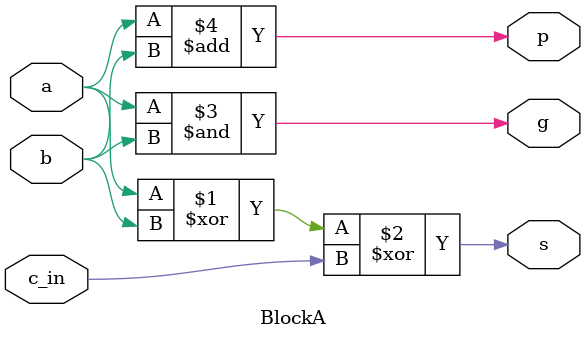
<source format=v>
`timescale 1ns / 1ps
module BlockA(
    input a,
    input b,
    output p,
    output g,
    input c_in,
    output s
    );

	assign s = a^b^c_in; 	//sum bit is aXORbXORc
	assign g = a&b;		//initial carry generate bit is aANDb
	assign p = a + b;		//initial carry propagate bit is aORb

endmodule

</source>
